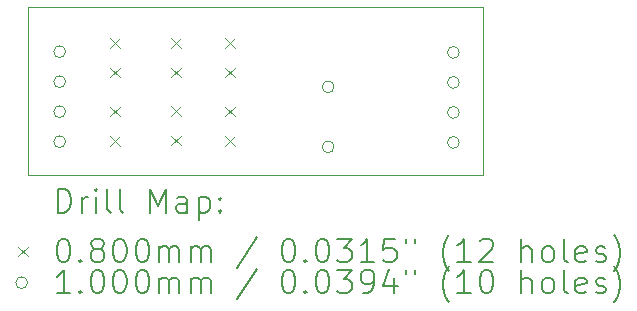
<source format=gbr>
%TF.GenerationSoftware,KiCad,Pcbnew,(6.0.7)*%
%TF.CreationDate,2024-06-12T17:15:26-04:00*%
%TF.ProjectId,DCR BPF V1,44435220-4250-4462-9056-312e6b696361,rev?*%
%TF.SameCoordinates,Original*%
%TF.FileFunction,Drillmap*%
%TF.FilePolarity,Positive*%
%FSLAX45Y45*%
G04 Gerber Fmt 4.5, Leading zero omitted, Abs format (unit mm)*
G04 Created by KiCad (PCBNEW (6.0.7)) date 2024-06-12 17:15:26*
%MOMM*%
%LPD*%
G01*
G04 APERTURE LIST*
%ADD10C,0.100000*%
%ADD11C,0.200000*%
%ADD12C,0.080000*%
G04 APERTURE END LIST*
D10*
X4184650Y-5416550D02*
X8032750Y-5416550D01*
X8032750Y-5416550D02*
X8032750Y-6838950D01*
X8032750Y-6838950D02*
X4184650Y-6838950D01*
X4184650Y-6838950D02*
X4184650Y-5416550D01*
D11*
D12*
X4881250Y-5677000D02*
X4961250Y-5757000D01*
X4961250Y-5677000D02*
X4881250Y-5757000D01*
X4881250Y-5927000D02*
X4961250Y-6007000D01*
X4961250Y-5927000D02*
X4881250Y-6007000D01*
X4881250Y-6259200D02*
X4961250Y-6339200D01*
X4961250Y-6259200D02*
X4881250Y-6339200D01*
X4881250Y-6509200D02*
X4961250Y-6589200D01*
X4961250Y-6509200D02*
X4881250Y-6589200D01*
X5395600Y-5679000D02*
X5475600Y-5759000D01*
X5475600Y-5679000D02*
X5395600Y-5759000D01*
X5395600Y-5929000D02*
X5475600Y-6009000D01*
X5475600Y-5929000D02*
X5395600Y-6009000D01*
X5395600Y-6254850D02*
X5475600Y-6334850D01*
X5475600Y-6254850D02*
X5395600Y-6334850D01*
X5395600Y-6504850D02*
X5475600Y-6584850D01*
X5475600Y-6504850D02*
X5395600Y-6584850D01*
X5852800Y-5679000D02*
X5932800Y-5759000D01*
X5932800Y-5679000D02*
X5852800Y-5759000D01*
X5852800Y-5929000D02*
X5932800Y-6009000D01*
X5932800Y-5929000D02*
X5852800Y-6009000D01*
X5852800Y-6259200D02*
X5932800Y-6339200D01*
X5932800Y-6259200D02*
X5852800Y-6339200D01*
X5852800Y-6509200D02*
X5932800Y-6589200D01*
X5932800Y-6509200D02*
X5852800Y-6589200D01*
D10*
X4501350Y-5792200D02*
G75*
G03*
X4501350Y-5792200I-50000J0D01*
G01*
X4501350Y-6046200D02*
G75*
G03*
X4501350Y-6046200I-50000J0D01*
G01*
X4501350Y-6300200D02*
G75*
G03*
X4501350Y-6300200I-50000J0D01*
G01*
X4501350Y-6554200D02*
G75*
G03*
X4501350Y-6554200I-50000J0D01*
G01*
X6774650Y-6089650D02*
G75*
G03*
X6774650Y-6089650I-50000J0D01*
G01*
X6774650Y-6597650D02*
G75*
G03*
X6774650Y-6597650I-50000J0D01*
G01*
X7835100Y-5798550D02*
G75*
G03*
X7835100Y-5798550I-50000J0D01*
G01*
X7835100Y-6052550D02*
G75*
G03*
X7835100Y-6052550I-50000J0D01*
G01*
X7835100Y-6306550D02*
G75*
G03*
X7835100Y-6306550I-50000J0D01*
G01*
X7835100Y-6560550D02*
G75*
G03*
X7835100Y-6560550I-50000J0D01*
G01*
D11*
X4437269Y-7154426D02*
X4437269Y-6954426D01*
X4484888Y-6954426D01*
X4513460Y-6963950D01*
X4532507Y-6982998D01*
X4542031Y-7002045D01*
X4551555Y-7040140D01*
X4551555Y-7068712D01*
X4542031Y-7106807D01*
X4532507Y-7125855D01*
X4513460Y-7144902D01*
X4484888Y-7154426D01*
X4437269Y-7154426D01*
X4637269Y-7154426D02*
X4637269Y-7021093D01*
X4637269Y-7059188D02*
X4646793Y-7040140D01*
X4656317Y-7030617D01*
X4675364Y-7021093D01*
X4694412Y-7021093D01*
X4761079Y-7154426D02*
X4761079Y-7021093D01*
X4761079Y-6954426D02*
X4751555Y-6963950D01*
X4761079Y-6973474D01*
X4770602Y-6963950D01*
X4761079Y-6954426D01*
X4761079Y-6973474D01*
X4884888Y-7154426D02*
X4865840Y-7144902D01*
X4856317Y-7125855D01*
X4856317Y-6954426D01*
X4989650Y-7154426D02*
X4970602Y-7144902D01*
X4961079Y-7125855D01*
X4961079Y-6954426D01*
X5218221Y-7154426D02*
X5218221Y-6954426D01*
X5284888Y-7097283D01*
X5351555Y-6954426D01*
X5351555Y-7154426D01*
X5532507Y-7154426D02*
X5532507Y-7049664D01*
X5522983Y-7030617D01*
X5503936Y-7021093D01*
X5465840Y-7021093D01*
X5446793Y-7030617D01*
X5532507Y-7144902D02*
X5513460Y-7154426D01*
X5465840Y-7154426D01*
X5446793Y-7144902D01*
X5437269Y-7125855D01*
X5437269Y-7106807D01*
X5446793Y-7087759D01*
X5465840Y-7078236D01*
X5513460Y-7078236D01*
X5532507Y-7068712D01*
X5627745Y-7021093D02*
X5627745Y-7221093D01*
X5627745Y-7030617D02*
X5646793Y-7021093D01*
X5684888Y-7021093D01*
X5703936Y-7030617D01*
X5713459Y-7040140D01*
X5722983Y-7059188D01*
X5722983Y-7116331D01*
X5713459Y-7135378D01*
X5703936Y-7144902D01*
X5684888Y-7154426D01*
X5646793Y-7154426D01*
X5627745Y-7144902D01*
X5808698Y-7135378D02*
X5818221Y-7144902D01*
X5808698Y-7154426D01*
X5799174Y-7144902D01*
X5808698Y-7135378D01*
X5808698Y-7154426D01*
X5808698Y-7030617D02*
X5818221Y-7040140D01*
X5808698Y-7049664D01*
X5799174Y-7040140D01*
X5808698Y-7030617D01*
X5808698Y-7049664D01*
D12*
X4099650Y-7443950D02*
X4179650Y-7523950D01*
X4179650Y-7443950D02*
X4099650Y-7523950D01*
D11*
X4475364Y-7374426D02*
X4494412Y-7374426D01*
X4513460Y-7383950D01*
X4522983Y-7393474D01*
X4532507Y-7412521D01*
X4542031Y-7450617D01*
X4542031Y-7498236D01*
X4532507Y-7536331D01*
X4522983Y-7555378D01*
X4513460Y-7564902D01*
X4494412Y-7574426D01*
X4475364Y-7574426D01*
X4456317Y-7564902D01*
X4446793Y-7555378D01*
X4437269Y-7536331D01*
X4427745Y-7498236D01*
X4427745Y-7450617D01*
X4437269Y-7412521D01*
X4446793Y-7393474D01*
X4456317Y-7383950D01*
X4475364Y-7374426D01*
X4627745Y-7555378D02*
X4637269Y-7564902D01*
X4627745Y-7574426D01*
X4618221Y-7564902D01*
X4627745Y-7555378D01*
X4627745Y-7574426D01*
X4751555Y-7460140D02*
X4732507Y-7450617D01*
X4722983Y-7441093D01*
X4713460Y-7422045D01*
X4713460Y-7412521D01*
X4722983Y-7393474D01*
X4732507Y-7383950D01*
X4751555Y-7374426D01*
X4789650Y-7374426D01*
X4808698Y-7383950D01*
X4818221Y-7393474D01*
X4827745Y-7412521D01*
X4827745Y-7422045D01*
X4818221Y-7441093D01*
X4808698Y-7450617D01*
X4789650Y-7460140D01*
X4751555Y-7460140D01*
X4732507Y-7469664D01*
X4722983Y-7479188D01*
X4713460Y-7498236D01*
X4713460Y-7536331D01*
X4722983Y-7555378D01*
X4732507Y-7564902D01*
X4751555Y-7574426D01*
X4789650Y-7574426D01*
X4808698Y-7564902D01*
X4818221Y-7555378D01*
X4827745Y-7536331D01*
X4827745Y-7498236D01*
X4818221Y-7479188D01*
X4808698Y-7469664D01*
X4789650Y-7460140D01*
X4951555Y-7374426D02*
X4970602Y-7374426D01*
X4989650Y-7383950D01*
X4999174Y-7393474D01*
X5008698Y-7412521D01*
X5018221Y-7450617D01*
X5018221Y-7498236D01*
X5008698Y-7536331D01*
X4999174Y-7555378D01*
X4989650Y-7564902D01*
X4970602Y-7574426D01*
X4951555Y-7574426D01*
X4932507Y-7564902D01*
X4922983Y-7555378D01*
X4913460Y-7536331D01*
X4903936Y-7498236D01*
X4903936Y-7450617D01*
X4913460Y-7412521D01*
X4922983Y-7393474D01*
X4932507Y-7383950D01*
X4951555Y-7374426D01*
X5142031Y-7374426D02*
X5161079Y-7374426D01*
X5180126Y-7383950D01*
X5189650Y-7393474D01*
X5199174Y-7412521D01*
X5208698Y-7450617D01*
X5208698Y-7498236D01*
X5199174Y-7536331D01*
X5189650Y-7555378D01*
X5180126Y-7564902D01*
X5161079Y-7574426D01*
X5142031Y-7574426D01*
X5122983Y-7564902D01*
X5113460Y-7555378D01*
X5103936Y-7536331D01*
X5094412Y-7498236D01*
X5094412Y-7450617D01*
X5103936Y-7412521D01*
X5113460Y-7393474D01*
X5122983Y-7383950D01*
X5142031Y-7374426D01*
X5294412Y-7574426D02*
X5294412Y-7441093D01*
X5294412Y-7460140D02*
X5303936Y-7450617D01*
X5322983Y-7441093D01*
X5351555Y-7441093D01*
X5370602Y-7450617D01*
X5380126Y-7469664D01*
X5380126Y-7574426D01*
X5380126Y-7469664D02*
X5389650Y-7450617D01*
X5408698Y-7441093D01*
X5437269Y-7441093D01*
X5456317Y-7450617D01*
X5465840Y-7469664D01*
X5465840Y-7574426D01*
X5561079Y-7574426D02*
X5561079Y-7441093D01*
X5561079Y-7460140D02*
X5570602Y-7450617D01*
X5589650Y-7441093D01*
X5618221Y-7441093D01*
X5637269Y-7450617D01*
X5646793Y-7469664D01*
X5646793Y-7574426D01*
X5646793Y-7469664D02*
X5656317Y-7450617D01*
X5675364Y-7441093D01*
X5703936Y-7441093D01*
X5722983Y-7450617D01*
X5732507Y-7469664D01*
X5732507Y-7574426D01*
X6122983Y-7364902D02*
X5951555Y-7622045D01*
X6380126Y-7374426D02*
X6399174Y-7374426D01*
X6418221Y-7383950D01*
X6427745Y-7393474D01*
X6437269Y-7412521D01*
X6446793Y-7450617D01*
X6446793Y-7498236D01*
X6437269Y-7536331D01*
X6427745Y-7555378D01*
X6418221Y-7564902D01*
X6399174Y-7574426D01*
X6380126Y-7574426D01*
X6361078Y-7564902D01*
X6351555Y-7555378D01*
X6342031Y-7536331D01*
X6332507Y-7498236D01*
X6332507Y-7450617D01*
X6342031Y-7412521D01*
X6351555Y-7393474D01*
X6361078Y-7383950D01*
X6380126Y-7374426D01*
X6532507Y-7555378D02*
X6542031Y-7564902D01*
X6532507Y-7574426D01*
X6522983Y-7564902D01*
X6532507Y-7555378D01*
X6532507Y-7574426D01*
X6665840Y-7374426D02*
X6684888Y-7374426D01*
X6703936Y-7383950D01*
X6713459Y-7393474D01*
X6722983Y-7412521D01*
X6732507Y-7450617D01*
X6732507Y-7498236D01*
X6722983Y-7536331D01*
X6713459Y-7555378D01*
X6703936Y-7564902D01*
X6684888Y-7574426D01*
X6665840Y-7574426D01*
X6646793Y-7564902D01*
X6637269Y-7555378D01*
X6627745Y-7536331D01*
X6618221Y-7498236D01*
X6618221Y-7450617D01*
X6627745Y-7412521D01*
X6637269Y-7393474D01*
X6646793Y-7383950D01*
X6665840Y-7374426D01*
X6799174Y-7374426D02*
X6922983Y-7374426D01*
X6856317Y-7450617D01*
X6884888Y-7450617D01*
X6903936Y-7460140D01*
X6913459Y-7469664D01*
X6922983Y-7488712D01*
X6922983Y-7536331D01*
X6913459Y-7555378D01*
X6903936Y-7564902D01*
X6884888Y-7574426D01*
X6827745Y-7574426D01*
X6808698Y-7564902D01*
X6799174Y-7555378D01*
X7113459Y-7574426D02*
X6999174Y-7574426D01*
X7056317Y-7574426D02*
X7056317Y-7374426D01*
X7037269Y-7402998D01*
X7018221Y-7422045D01*
X6999174Y-7431569D01*
X7294412Y-7374426D02*
X7199174Y-7374426D01*
X7189650Y-7469664D01*
X7199174Y-7460140D01*
X7218221Y-7450617D01*
X7265840Y-7450617D01*
X7284888Y-7460140D01*
X7294412Y-7469664D01*
X7303936Y-7488712D01*
X7303936Y-7536331D01*
X7294412Y-7555378D01*
X7284888Y-7564902D01*
X7265840Y-7574426D01*
X7218221Y-7574426D01*
X7199174Y-7564902D01*
X7189650Y-7555378D01*
X7380126Y-7374426D02*
X7380126Y-7412521D01*
X7456317Y-7374426D02*
X7456317Y-7412521D01*
X7751555Y-7650617D02*
X7742031Y-7641093D01*
X7722983Y-7612521D01*
X7713459Y-7593474D01*
X7703936Y-7564902D01*
X7694412Y-7517283D01*
X7694412Y-7479188D01*
X7703936Y-7431569D01*
X7713459Y-7402998D01*
X7722983Y-7383950D01*
X7742031Y-7355378D01*
X7751555Y-7345855D01*
X7932507Y-7574426D02*
X7818221Y-7574426D01*
X7875364Y-7574426D02*
X7875364Y-7374426D01*
X7856317Y-7402998D01*
X7837269Y-7422045D01*
X7818221Y-7431569D01*
X8008698Y-7393474D02*
X8018221Y-7383950D01*
X8037269Y-7374426D01*
X8084888Y-7374426D01*
X8103936Y-7383950D01*
X8113459Y-7393474D01*
X8122983Y-7412521D01*
X8122983Y-7431569D01*
X8113459Y-7460140D01*
X7999174Y-7574426D01*
X8122983Y-7574426D01*
X8361078Y-7574426D02*
X8361078Y-7374426D01*
X8446793Y-7574426D02*
X8446793Y-7469664D01*
X8437269Y-7450617D01*
X8418221Y-7441093D01*
X8389650Y-7441093D01*
X8370602Y-7450617D01*
X8361078Y-7460140D01*
X8570602Y-7574426D02*
X8551555Y-7564902D01*
X8542031Y-7555378D01*
X8532507Y-7536331D01*
X8532507Y-7479188D01*
X8542031Y-7460140D01*
X8551555Y-7450617D01*
X8570602Y-7441093D01*
X8599174Y-7441093D01*
X8618221Y-7450617D01*
X8627745Y-7460140D01*
X8637269Y-7479188D01*
X8637269Y-7536331D01*
X8627745Y-7555378D01*
X8618221Y-7564902D01*
X8599174Y-7574426D01*
X8570602Y-7574426D01*
X8751555Y-7574426D02*
X8732507Y-7564902D01*
X8722983Y-7545855D01*
X8722983Y-7374426D01*
X8903936Y-7564902D02*
X8884888Y-7574426D01*
X8846793Y-7574426D01*
X8827745Y-7564902D01*
X8818221Y-7545855D01*
X8818221Y-7469664D01*
X8827745Y-7450617D01*
X8846793Y-7441093D01*
X8884888Y-7441093D01*
X8903936Y-7450617D01*
X8913460Y-7469664D01*
X8913460Y-7488712D01*
X8818221Y-7507759D01*
X8989650Y-7564902D02*
X9008698Y-7574426D01*
X9046793Y-7574426D01*
X9065840Y-7564902D01*
X9075364Y-7545855D01*
X9075364Y-7536331D01*
X9065840Y-7517283D01*
X9046793Y-7507759D01*
X9018221Y-7507759D01*
X8999174Y-7498236D01*
X8989650Y-7479188D01*
X8989650Y-7469664D01*
X8999174Y-7450617D01*
X9018221Y-7441093D01*
X9046793Y-7441093D01*
X9065840Y-7450617D01*
X9142031Y-7650617D02*
X9151555Y-7641093D01*
X9170602Y-7612521D01*
X9180126Y-7593474D01*
X9189650Y-7564902D01*
X9199174Y-7517283D01*
X9199174Y-7479188D01*
X9189650Y-7431569D01*
X9180126Y-7402998D01*
X9170602Y-7383950D01*
X9151555Y-7355378D01*
X9142031Y-7345855D01*
D10*
X4179650Y-7747950D02*
G75*
G03*
X4179650Y-7747950I-50000J0D01*
G01*
D11*
X4542031Y-7838426D02*
X4427745Y-7838426D01*
X4484888Y-7838426D02*
X4484888Y-7638426D01*
X4465840Y-7666998D01*
X4446793Y-7686045D01*
X4427745Y-7695569D01*
X4627745Y-7819378D02*
X4637269Y-7828902D01*
X4627745Y-7838426D01*
X4618221Y-7828902D01*
X4627745Y-7819378D01*
X4627745Y-7838426D01*
X4761079Y-7638426D02*
X4780126Y-7638426D01*
X4799174Y-7647950D01*
X4808698Y-7657474D01*
X4818221Y-7676521D01*
X4827745Y-7714617D01*
X4827745Y-7762236D01*
X4818221Y-7800331D01*
X4808698Y-7819378D01*
X4799174Y-7828902D01*
X4780126Y-7838426D01*
X4761079Y-7838426D01*
X4742031Y-7828902D01*
X4732507Y-7819378D01*
X4722983Y-7800331D01*
X4713460Y-7762236D01*
X4713460Y-7714617D01*
X4722983Y-7676521D01*
X4732507Y-7657474D01*
X4742031Y-7647950D01*
X4761079Y-7638426D01*
X4951555Y-7638426D02*
X4970602Y-7638426D01*
X4989650Y-7647950D01*
X4999174Y-7657474D01*
X5008698Y-7676521D01*
X5018221Y-7714617D01*
X5018221Y-7762236D01*
X5008698Y-7800331D01*
X4999174Y-7819378D01*
X4989650Y-7828902D01*
X4970602Y-7838426D01*
X4951555Y-7838426D01*
X4932507Y-7828902D01*
X4922983Y-7819378D01*
X4913460Y-7800331D01*
X4903936Y-7762236D01*
X4903936Y-7714617D01*
X4913460Y-7676521D01*
X4922983Y-7657474D01*
X4932507Y-7647950D01*
X4951555Y-7638426D01*
X5142031Y-7638426D02*
X5161079Y-7638426D01*
X5180126Y-7647950D01*
X5189650Y-7657474D01*
X5199174Y-7676521D01*
X5208698Y-7714617D01*
X5208698Y-7762236D01*
X5199174Y-7800331D01*
X5189650Y-7819378D01*
X5180126Y-7828902D01*
X5161079Y-7838426D01*
X5142031Y-7838426D01*
X5122983Y-7828902D01*
X5113460Y-7819378D01*
X5103936Y-7800331D01*
X5094412Y-7762236D01*
X5094412Y-7714617D01*
X5103936Y-7676521D01*
X5113460Y-7657474D01*
X5122983Y-7647950D01*
X5142031Y-7638426D01*
X5294412Y-7838426D02*
X5294412Y-7705093D01*
X5294412Y-7724140D02*
X5303936Y-7714617D01*
X5322983Y-7705093D01*
X5351555Y-7705093D01*
X5370602Y-7714617D01*
X5380126Y-7733664D01*
X5380126Y-7838426D01*
X5380126Y-7733664D02*
X5389650Y-7714617D01*
X5408698Y-7705093D01*
X5437269Y-7705093D01*
X5456317Y-7714617D01*
X5465840Y-7733664D01*
X5465840Y-7838426D01*
X5561079Y-7838426D02*
X5561079Y-7705093D01*
X5561079Y-7724140D02*
X5570602Y-7714617D01*
X5589650Y-7705093D01*
X5618221Y-7705093D01*
X5637269Y-7714617D01*
X5646793Y-7733664D01*
X5646793Y-7838426D01*
X5646793Y-7733664D02*
X5656317Y-7714617D01*
X5675364Y-7705093D01*
X5703936Y-7705093D01*
X5722983Y-7714617D01*
X5732507Y-7733664D01*
X5732507Y-7838426D01*
X6122983Y-7628902D02*
X5951555Y-7886045D01*
X6380126Y-7638426D02*
X6399174Y-7638426D01*
X6418221Y-7647950D01*
X6427745Y-7657474D01*
X6437269Y-7676521D01*
X6446793Y-7714617D01*
X6446793Y-7762236D01*
X6437269Y-7800331D01*
X6427745Y-7819378D01*
X6418221Y-7828902D01*
X6399174Y-7838426D01*
X6380126Y-7838426D01*
X6361078Y-7828902D01*
X6351555Y-7819378D01*
X6342031Y-7800331D01*
X6332507Y-7762236D01*
X6332507Y-7714617D01*
X6342031Y-7676521D01*
X6351555Y-7657474D01*
X6361078Y-7647950D01*
X6380126Y-7638426D01*
X6532507Y-7819378D02*
X6542031Y-7828902D01*
X6532507Y-7838426D01*
X6522983Y-7828902D01*
X6532507Y-7819378D01*
X6532507Y-7838426D01*
X6665840Y-7638426D02*
X6684888Y-7638426D01*
X6703936Y-7647950D01*
X6713459Y-7657474D01*
X6722983Y-7676521D01*
X6732507Y-7714617D01*
X6732507Y-7762236D01*
X6722983Y-7800331D01*
X6713459Y-7819378D01*
X6703936Y-7828902D01*
X6684888Y-7838426D01*
X6665840Y-7838426D01*
X6646793Y-7828902D01*
X6637269Y-7819378D01*
X6627745Y-7800331D01*
X6618221Y-7762236D01*
X6618221Y-7714617D01*
X6627745Y-7676521D01*
X6637269Y-7657474D01*
X6646793Y-7647950D01*
X6665840Y-7638426D01*
X6799174Y-7638426D02*
X6922983Y-7638426D01*
X6856317Y-7714617D01*
X6884888Y-7714617D01*
X6903936Y-7724140D01*
X6913459Y-7733664D01*
X6922983Y-7752712D01*
X6922983Y-7800331D01*
X6913459Y-7819378D01*
X6903936Y-7828902D01*
X6884888Y-7838426D01*
X6827745Y-7838426D01*
X6808698Y-7828902D01*
X6799174Y-7819378D01*
X7018221Y-7838426D02*
X7056317Y-7838426D01*
X7075364Y-7828902D01*
X7084888Y-7819378D01*
X7103936Y-7790807D01*
X7113459Y-7752712D01*
X7113459Y-7676521D01*
X7103936Y-7657474D01*
X7094412Y-7647950D01*
X7075364Y-7638426D01*
X7037269Y-7638426D01*
X7018221Y-7647950D01*
X7008698Y-7657474D01*
X6999174Y-7676521D01*
X6999174Y-7724140D01*
X7008698Y-7743188D01*
X7018221Y-7752712D01*
X7037269Y-7762236D01*
X7075364Y-7762236D01*
X7094412Y-7752712D01*
X7103936Y-7743188D01*
X7113459Y-7724140D01*
X7284888Y-7705093D02*
X7284888Y-7838426D01*
X7237269Y-7628902D02*
X7189650Y-7771759D01*
X7313459Y-7771759D01*
X7380126Y-7638426D02*
X7380126Y-7676521D01*
X7456317Y-7638426D02*
X7456317Y-7676521D01*
X7751555Y-7914617D02*
X7742031Y-7905093D01*
X7722983Y-7876521D01*
X7713459Y-7857474D01*
X7703936Y-7828902D01*
X7694412Y-7781283D01*
X7694412Y-7743188D01*
X7703936Y-7695569D01*
X7713459Y-7666998D01*
X7722983Y-7647950D01*
X7742031Y-7619378D01*
X7751555Y-7609855D01*
X7932507Y-7838426D02*
X7818221Y-7838426D01*
X7875364Y-7838426D02*
X7875364Y-7638426D01*
X7856317Y-7666998D01*
X7837269Y-7686045D01*
X7818221Y-7695569D01*
X8056317Y-7638426D02*
X8075364Y-7638426D01*
X8094412Y-7647950D01*
X8103936Y-7657474D01*
X8113459Y-7676521D01*
X8122983Y-7714617D01*
X8122983Y-7762236D01*
X8113459Y-7800331D01*
X8103936Y-7819378D01*
X8094412Y-7828902D01*
X8075364Y-7838426D01*
X8056317Y-7838426D01*
X8037269Y-7828902D01*
X8027745Y-7819378D01*
X8018221Y-7800331D01*
X8008698Y-7762236D01*
X8008698Y-7714617D01*
X8018221Y-7676521D01*
X8027745Y-7657474D01*
X8037269Y-7647950D01*
X8056317Y-7638426D01*
X8361078Y-7838426D02*
X8361078Y-7638426D01*
X8446793Y-7838426D02*
X8446793Y-7733664D01*
X8437269Y-7714617D01*
X8418221Y-7705093D01*
X8389650Y-7705093D01*
X8370602Y-7714617D01*
X8361078Y-7724140D01*
X8570602Y-7838426D02*
X8551555Y-7828902D01*
X8542031Y-7819378D01*
X8532507Y-7800331D01*
X8532507Y-7743188D01*
X8542031Y-7724140D01*
X8551555Y-7714617D01*
X8570602Y-7705093D01*
X8599174Y-7705093D01*
X8618221Y-7714617D01*
X8627745Y-7724140D01*
X8637269Y-7743188D01*
X8637269Y-7800331D01*
X8627745Y-7819378D01*
X8618221Y-7828902D01*
X8599174Y-7838426D01*
X8570602Y-7838426D01*
X8751555Y-7838426D02*
X8732507Y-7828902D01*
X8722983Y-7809855D01*
X8722983Y-7638426D01*
X8903936Y-7828902D02*
X8884888Y-7838426D01*
X8846793Y-7838426D01*
X8827745Y-7828902D01*
X8818221Y-7809855D01*
X8818221Y-7733664D01*
X8827745Y-7714617D01*
X8846793Y-7705093D01*
X8884888Y-7705093D01*
X8903936Y-7714617D01*
X8913460Y-7733664D01*
X8913460Y-7752712D01*
X8818221Y-7771759D01*
X8989650Y-7828902D02*
X9008698Y-7838426D01*
X9046793Y-7838426D01*
X9065840Y-7828902D01*
X9075364Y-7809855D01*
X9075364Y-7800331D01*
X9065840Y-7781283D01*
X9046793Y-7771759D01*
X9018221Y-7771759D01*
X8999174Y-7762236D01*
X8989650Y-7743188D01*
X8989650Y-7733664D01*
X8999174Y-7714617D01*
X9018221Y-7705093D01*
X9046793Y-7705093D01*
X9065840Y-7714617D01*
X9142031Y-7914617D02*
X9151555Y-7905093D01*
X9170602Y-7876521D01*
X9180126Y-7857474D01*
X9189650Y-7828902D01*
X9199174Y-7781283D01*
X9199174Y-7743188D01*
X9189650Y-7695569D01*
X9180126Y-7666998D01*
X9170602Y-7647950D01*
X9151555Y-7619378D01*
X9142031Y-7609855D01*
M02*

</source>
